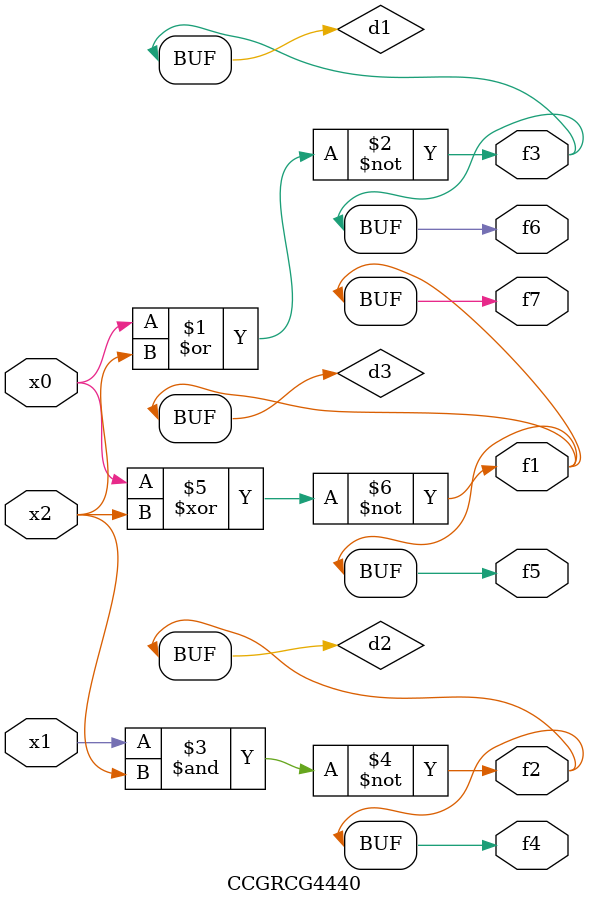
<source format=v>
module CCGRCG4440(
	input x0, x1, x2,
	output f1, f2, f3, f4, f5, f6, f7
);

	wire d1, d2, d3;

	nor (d1, x0, x2);
	nand (d2, x1, x2);
	xnor (d3, x0, x2);
	assign f1 = d3;
	assign f2 = d2;
	assign f3 = d1;
	assign f4 = d2;
	assign f5 = d3;
	assign f6 = d1;
	assign f7 = d3;
endmodule

</source>
